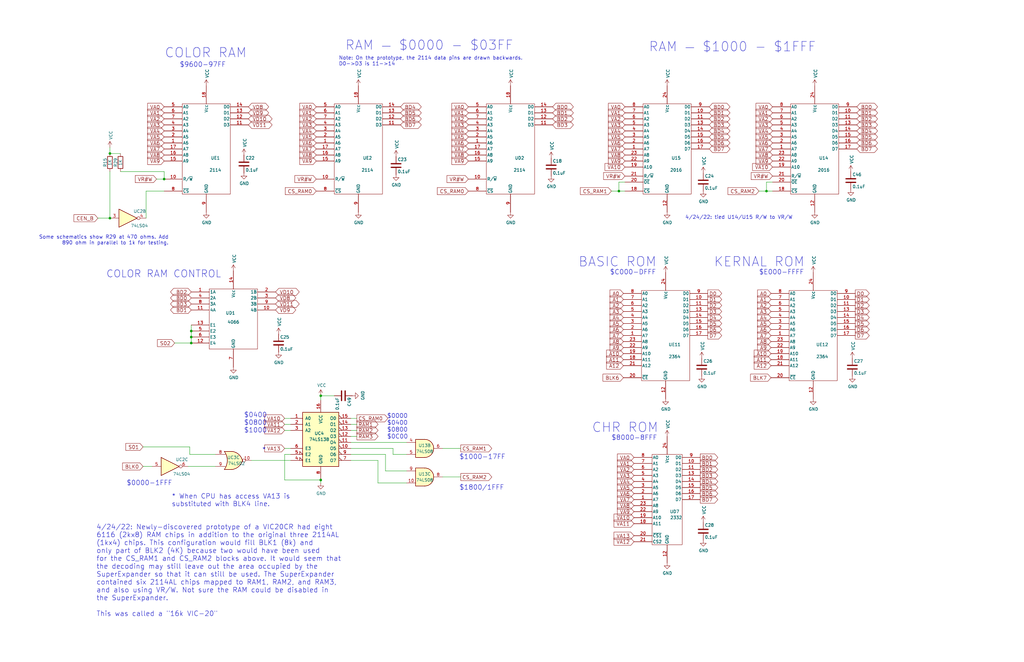
<source format=kicad_sch>
(kicad_sch (version 20211123) (generator eeschema)
  (paper "B")
  (title_block (title "VIC RELOADED") (date "2022-05-14") (rev "1.1-002D") (company "Steve J. Gray and Rich Cini") (comment 1 "Transcribed from CBM VIC-20cr schematics 251027-01D") (comment 2 "ECO 830151 4/12/83"))
  (junction (at 80.645 142.24))
  (junction (at 46.355 64.77))
  (junction (at 69.215 75.565))
  (junction (at 135.255 202.565))
  (junction (at 80.645 144.78))
  (junction (at 135.255 167.005))
  (junction (at 260.985 80.645))
  (junction (at 80.645 139.7))
  (junction (at 46.355 92.075))
  (junction (at 323.215 80.645))
  (wire (pts (xy 80.01 191.77) (xy 80.01 188.595)))
  (wire (pts (xy 60.325 196.85) (xy 64.135 196.85)))
  (wire (pts (xy 120.015 202.565) (xy 135.255 202.565)))
  (wire (pts (xy 135.255 201.93) (xy 135.255 202.565)))
  (wire (pts (xy 186.69 189.23) (xy 194.31 189.23)))
  (wire (pts (xy 325.755 76.835) (xy 323.215 76.835)))
  (wire (pts (xy 257.81 80.645) (xy 260.985 80.645)))
  (wire (pts (xy 122.555 176.53) (xy 120.015 176.53)))
  (wire (pts (xy 80.645 139.7) (xy 80.645 142.24)))
  (wire (pts (xy 147.955 191.77) (xy 162.56 191.77)))
  (wire (pts (xy 150.495 184.15) (xy 147.955 184.15)))
  (wire (pts (xy 106.045 194.31) (xy 122.555 194.31)))
  (wire (pts (xy 147.955 186.69) (xy 171.45 186.69)))
  (wire (pts (xy 41.275 92.075) (xy 46.355 92.075)))
  (wire (pts (xy 159.385 194.31) (xy 159.385 203.835)))
  (wire (pts (xy 122.555 189.23) (xy 120.015 189.23)))
  (wire (pts (xy 61.595 80.645) (xy 69.215 80.645)))
  (wire (pts (xy 80.645 142.24) (xy 80.645 144.78)))
  (wire (pts (xy 260.985 76.835) (xy 260.985 80.645)))
  (wire (pts (xy 263.525 76.835) (xy 260.985 76.835)))
  (wire (pts (xy 46.355 62.23) (xy 46.355 64.77)))
  (wire (pts (xy 80.01 191.77) (xy 90.805 191.77)))
  (wire (pts (xy 122.555 191.77) (xy 120.015 191.77)))
  (wire (pts (xy 320.04 80.645) (xy 323.215 80.645)))
  (wire (pts (xy 135.255 202.565) (xy 135.255 203.835)))
  (wire (pts (xy 69.215 72.39) (xy 50.8 72.39)))
  (wire (pts (xy 80.01 188.595) (xy 60.325 188.595)))
  (wire (pts (xy 162.56 198.755) (xy 171.45 198.755)))
  (wire (pts (xy 165.735 189.23) (xy 165.735 191.77)))
  (wire (pts (xy 120.015 179.07) (xy 122.555 179.07)))
  (wire (pts (xy 147.955 179.07) (xy 150.495 179.07)))
  (wire (pts (xy 61.595 80.645) (xy 61.595 92.075)))
  (wire (pts (xy 323.215 80.645) (xy 325.755 80.645)))
  (wire (pts (xy 90.805 196.85) (xy 79.375 196.85)))
  (wire (pts (xy 323.215 76.835) (xy 323.215 80.645)))
  (wire (pts (xy 147.955 181.61) (xy 150.495 181.61)))
  (wire (pts (xy 194.31 201.295) (xy 186.69 201.295)))
  (wire (pts (xy 69.215 75.565) (xy 69.215 72.39)))
  (wire (pts (xy 46.355 72.39) (xy 46.355 92.075)))
  (wire (pts (xy 150.495 176.53) (xy 147.955 176.53)))
  (wire (pts (xy 120.015 191.77) (xy 120.015 202.565)))
  (wire (pts (xy 80.645 144.78) (xy 73.66 144.78)))
  (wire (pts (xy 165.735 191.77) (xy 171.45 191.77)))
  (wire (pts (xy 147.955 189.23) (xy 165.735 189.23)))
  (wire (pts (xy 140.97 167.005) (xy 135.255 167.005)))
  (wire (pts (xy 122.555 181.61) (xy 120.015 181.61)))
  (wire (pts (xy 159.385 203.835) (xy 171.45 203.835)))
  (wire (pts (xy 46.355 64.77) (xy 50.8 64.77)))
  (wire (pts (xy 80.645 137.16) (xy 80.645 139.7)))
  (wire (pts (xy 260.985 80.645) (xy 263.525 80.645)))
  (wire (pts (xy 66.04 75.565) (xy 69.215 75.565)))
  (wire (pts (xy 162.56 191.77) (xy 162.56 198.755)))
  (wire (pts (xy 135.255 167.005) (xy 135.255 168.91)))
  (wire (pts (xy 147.955 194.31) (xy 159.385 194.31)))
  (text "*" (at 110.49 191.135 0) (effects (font (size 2.0066 2.0066)) (justify left bottom)))
  (text "$9600-97FF" (at 95.25 28.575 180) (effects (font (size 2.0066 2.0066)) (justify right bottom)))
  (text "4/24/22: Newly-discovered prototype of a VIC20CR had eight\n6116 (2kx8) RAM chips in addition to the original three 2114AL\n(1kx4) chips. This configuration would fill BLK1 (8k) and\nonly part of BLK2 (4K) because two would have been used \nfor the CS_RAM1 and CS_RAM2 blocks above. It would seem that\nthe decoding may still leave out the area occupied by the \nSuperExpander so that it can still be used. The SuperExpander\ncontained six 2114AL chips mapped to RAM1, RAM2, and RAM3, \nand also using VR/W. Not sure the RAM could be disabled in\nthe SuperExpander.\n\nThis was called a \"16k VIC-20\"" (at 40.64 260.35 0) (effects (font (size 2.066 2.066)) (justify left bottom)))
  (text "$8000-8FFF\n\n" (at 257.81 189.23 0) (effects (font (size 2.0066 2.0066)) (justify left bottom)))
  (text "COLOR RAM CONTROL" (at 93.345 117.475 180) (effects (font (size 2.9972 2.9972)) (justify right bottom)))
  (text "$0000\n$0400\n$0800\n$0C00\n" (at 163.195 185.42 0) (effects (font (size 1.8034 1.8034)) (justify left bottom)))
  (text "$0000-1FFF" (at 53.34 205.105 0) (effects (font (size 2.0066 2.0066)) (justify left bottom)))
  (text "KERNAL ROM\n\n" (at 300.99 119.38 0) (effects (font (size 3.9878 3.9878)) (justify left bottom)))
  (text "$0400\n$0800\n$1000" (at 102.87 182.88 0) (effects (font (size 2.0066 2.0066)) (justify left bottom)))
  (text "Note: On the prototype, the 2114 data pins are drawn backwards. \nD0->D3 is 11->14" (at 142.875 27.94 0) (effects (font (size 1.524 1.524)) (justify left bottom)))
  (text "* When CPU has access VA13 is\nsubstituted with BLK4 line." (at 72.39 213.995 0) (effects (font (size 2.0066 2.0066)) (justify left bottom)))
  (text "COLOR RAM" (at 104.14 24.765 180) (effects (font (size 3.9878 3.9878)) (justify right bottom)))
  (text "CHR ROM" (at 249.555 182.88 0) (effects (font (size 3.9878 3.9878)) (justify left bottom)))
  (text "$C000-DFFF\n\n" (at 257.175 119.38 0) (effects (font (size 2.0066 2.0066)) (justify left bottom)))
  (text "4/24/22: tied U14/U15 R/W to VR/W" (at 288.925 92.71 0) (effects (font (size 1.524 1.524)) (justify left bottom)))
  (text "RAM — $1000 - $1FFF" (at 344.17 22.225 180) (effects (font (size 3.9878 3.9878)) (justify right bottom)))
  (text "BASIC ROM\n\n" (at 243.84 119.38 0) (effects (font (size 3.9878 3.9878)) (justify left bottom)))
  (text "$E000-FFFF\n\n" (at 320.04 119.38 0) (effects (font (size 2.0066 2.0066)) (justify left bottom)))
  (text "$1000-17FF\n\n\n\n$1800/1FFF" (at 193.675 207.01 0) (effects (font (size 2.0066 2.0066)) (justify left bottom)))
  (text "Some schematics show R29 at 470 ohms. Add\n890 ohm in parallel to 1k for testing." (at 71.12 103.505 0) (effects (font (size 1.524 1.524)) (justify right bottom)))
  (text "RAM — $0000 - $03FF" (at 216.535 21.59 180) (effects (font (size 3.9878 3.9878)) (justify right bottom)))
  (global_label "A5" (shape input) (at 262.89 136.525 180) (effects (font (size 1.524 1.524))) (property "Intersheet References" "${INTERSHEET_REFS}" (effects hide)))
  (global_label "RAM3" (shape output) (at 150.495 184.15 0) (effects (font (size 1.524 1.524))) (property "Intersheet References" "${INTERSHEET_REFS}" (effects hide)))
  (global_label "VR#W" (shape input) (at 66.04 75.565 180) (effects (font (size 1.524 1.524))) (property "Intersheet References" "${INTERSHEET_REFS}" (effects hide)))
  (global_label "VA2" (shape input) (at 325.755 50.165 180) (effects (font (size 1.524 1.524))) (property "Intersheet References" "${INTERSHEET_REFS}" (effects hide)))
  (global_label "VD10" (shape bidirectional) (at 116.205 123.19 0) (effects (font (size 1.524 1.524))) (property "Intersheet References" "${INTERSHEET_REFS}" (effects hide)))
  (global_label "D6" (shape output) (at 298.45 139.065 0) (effects (font (size 1.524 1.524))) (property "Intersheet References" "${INTERSHEET_REFS}" (effects hide)))
  (global_label "BD4" (shape bidirectional) (at 168.91 45.085 0) (effects (font (size 1.524 1.524))) (property "Intersheet References" "${INTERSHEET_REFS}" (effects hide)))
  (global_label "BD2" (shape bidirectional) (at 299.085 50.165 0) (effects (font (size 1.524 1.524))) (property "Intersheet References" "${INTERSHEET_REFS}" (effects hide)))
  (global_label "BD5" (shape bidirectional) (at 299.085 57.785 0) (effects (font (size 1.524 1.524))) (property "Intersheet References" "${INTERSHEET_REFS}" (effects hide)))
  (global_label "VA5" (shape input) (at 263.525 57.785 180) (effects (font (size 1.524 1.524))) (property "Intersheet References" "${INTERSHEET_REFS}" (effects hide)))
  (global_label "D2" (shape output) (at 298.45 128.905 0) (effects (font (size 1.524 1.524))) (property "Intersheet References" "${INTERSHEET_REFS}" (effects hide)))
  (global_label "D7" (shape output) (at 360.68 141.605 0) (effects (font (size 1.524 1.524))) (property "Intersheet References" "${INTERSHEET_REFS}" (effects hide)))
  (global_label "A6" (shape input) (at 262.89 139.065 180) (effects (font (size 1.524 1.524))) (property "Intersheet References" "${INTERSHEET_REFS}" (effects hide)))
  (global_label "VR#W" (shape input) (at 133.35 75.565 180) (effects (font (size 1.524 1.524))) (property "Intersheet References" "${INTERSHEET_REFS}" (effects hide)))
  (global_label "A2" (shape input) (at 325.12 128.905 180) (effects (font (size 1.524 1.524))) (property "Intersheet References" "${INTERSHEET_REFS}" (effects hide)))
  (global_label "A0" (shape input) (at 325.12 123.825 180) (effects (font (size 1.524 1.524))) (property "Intersheet References" "${INTERSHEET_REFS}" (effects hide)))
  (global_label "VA9" (shape input) (at 325.755 67.945 180) (effects (font (size 1.524 1.524))) (property "Intersheet References" "${INTERSHEET_REFS}" (effects hide)))
  (global_label "D0" (shape output) (at 298.45 123.825 0) (effects (font (size 1.524 1.524))) (property "Intersheet References" "${INTERSHEET_REFS}" (effects hide)))
  (global_label "BD1" (shape output) (at 295.275 195.58 0) (effects (font (size 1.524 1.524))) (property "Intersheet References" "${INTERSHEET_REFS}" (effects hide)))
  (global_label "A5" (shape input) (at 325.12 136.525 180) (effects (font (size 1.524 1.524))) (property "Intersheet References" "${INTERSHEET_REFS}" (effects hide)))
  (global_label "BD5" (shape output) (at 295.275 205.74 0) (effects (font (size 1.524 1.524))) (property "Intersheet References" "${INTERSHEET_REFS}" (effects hide)))
  (global_label "A7" (shape input) (at 325.12 141.605 180) (effects (font (size 1.524 1.524))) (property "Intersheet References" "${INTERSHEET_REFS}" (effects hide)))
  (global_label "VD8" (shape bidirectional) (at 104.775 45.085 0) (effects (font (size 1.524 1.524))) (property "Intersheet References" "${INTERSHEET_REFS}" (effects hide)))
  (global_label "A3" (shape input) (at 262.89 131.445 180) (effects (font (size 1.524 1.524))) (property "Intersheet References" "${INTERSHEET_REFS}" (effects hide)))
  (global_label "A7" (shape input) (at 262.89 141.605 180) (effects (font (size 1.524 1.524))) (property "Intersheet References" "${INTERSHEET_REFS}" (effects hide)))
  (global_label "VA0" (shape input) (at 133.35 45.085 180) (effects (font (size 1.524 1.524))) (property "Intersheet References" "${INTERSHEET_REFS}" (effects hide)))
  (global_label "VA9" (shape input) (at 263.525 67.945 180) (effects (font (size 1.524 1.524))) (property "Intersheet References" "${INTERSHEET_REFS}" (effects hide)))
  (global_label "VA6" (shape input) (at 325.755 60.325 180) (effects (font (size 1.524 1.524))) (property "Intersheet References" "${INTERSHEET_REFS}" (effects hide)))
  (global_label "VA3" (shape input) (at 263.525 52.705 180) (effects (font (size 1.524 1.524))) (property "Intersheet References" "${INTERSHEET_REFS}" (effects hide)))
  (global_label "VA6" (shape input) (at 197.485 60.325 180) (effects (font (size 1.524 1.524))) (property "Intersheet References" "${INTERSHEET_REFS}" (effects hide)))
  (global_label "A9" (shape input) (at 325.12 146.685 180) (effects (font (size 1.524 1.524))) (property "Intersheet References" "${INTERSHEET_REFS}" (effects hide)))
  (global_label "A8" (shape input) (at 262.89 144.145 180) (effects (font (size 1.524 1.524))) (property "Intersheet References" "${INTERSHEET_REFS}" (effects hide)))
  (global_label "A12" (shape input) (at 325.12 154.305 180) (effects (font (size 1.524 1.524))) (property "Intersheet References" "${INTERSHEET_REFS}" (effects hide)))
  (global_label "A1" (shape input) (at 325.12 126.365 180) (effects (font (size 1.524 1.524))) (property "Intersheet References" "${INTERSHEET_REFS}" (effects hide)))
  (global_label "D1" (shape output) (at 298.45 126.365 0) (effects (font (size 1.524 1.524))) (property "Intersheet References" "${INTERSHEET_REFS}" (effects hide)))
  (global_label "VA5" (shape input) (at 197.485 57.785 180) (effects (font (size 1.524 1.524))) (property "Intersheet References" "${INTERSHEET_REFS}" (effects hide)))
  (global_label "VA1" (shape input) (at 267.335 195.58 180) (effects (font (size 1.524 1.524))) (property "Intersheet References" "${INTERSHEET_REFS}" (effects hide)))
  (global_label "BD3" (shape bidirectional) (at 361.315 52.705 0) (effects (font (size 1.524 1.524))) (property "Intersheet References" "${INTERSHEET_REFS}" (effects hide)))
  (global_label "A11" (shape input) (at 325.12 151.765 180) (effects (font (size 1.524 1.524))) (property "Intersheet References" "${INTERSHEET_REFS}" (effects hide)))
  (global_label "VA0" (shape input) (at 267.335 193.04 180) (effects (font (size 1.524 1.524))) (property "Intersheet References" "${INTERSHEET_REFS}" (effects hide)))
  (global_label "BD2" (shape bidirectional) (at 361.315 50.165 0) (effects (font (size 1.524 1.524))) (property "Intersheet References" "${INTERSHEET_REFS}" (effects hide)))
  (global_label "BLK0" (shape input) (at 60.325 196.85 180) (effects (font (size 1.524 1.524))) (property "Intersheet References" "${INTERSHEET_REFS}" (effects hide)))
  (global_label "RAM1" (shape output) (at 150.495 179.07 0) (effects (font (size 1.524 1.524))) (property "Intersheet References" "${INTERSHEET_REFS}" (effects hide)))
  (global_label "VA0" (shape input) (at 197.485 45.085 180) (effects (font (size 1.524 1.524))) (property "Intersheet References" "${INTERSHEET_REFS}" (effects hide)))
  (global_label "VA7" (shape input) (at 197.485 62.865 180) (effects (font (size 1.524 1.524))) (property "Intersheet References" "${INTERSHEET_REFS}" (effects hide)))
  (global_label "VA2" (shape input) (at 267.335 198.12 180) (effects (font (size 1.524 1.524))) (property "Intersheet References" "${INTERSHEET_REFS}" (effects hide)))
  (global_label "BD2" (shape bidirectional) (at 233.045 50.165 0) (effects (font (size 1.524 1.524))) (property "Intersheet References" "${INTERSHEET_REFS}" (effects hide)))
  (global_label "VA0" (shape input) (at 325.755 45.085 180) (effects (font (size 1.524 1.524))) (property "Intersheet References" "${INTERSHEET_REFS}" (effects hide)))
  (global_label "VA1" (shape input) (at 69.215 47.625 180) (effects (font (size 1.524 1.524))) (property "Intersheet References" "${INTERSHEET_REFS}" (effects hide)))
  (global_label "BD4" (shape bidirectional) (at 361.315 55.245 0) (effects (font (size 1.524 1.524))) (property "Intersheet References" "${INTERSHEET_REFS}" (effects hide)))
  (global_label "D5" (shape output) (at 298.45 136.525 0) (effects (font (size 1.524 1.524))) (property "Intersheet References" "${INTERSHEET_REFS}" (effects hide)))
  (global_label "VA5" (shape input) (at 325.755 57.785 180) (effects (font (size 1.524 1.524))) (property "Intersheet References" "${INTERSHEET_REFS}" (effects hide)))
  (global_label "BD6" (shape bidirectional) (at 299.085 60.325 0) (effects (font (size 1.524 1.524))) (property "Intersheet References" "${INTERSHEET_REFS}" (effects hide)))
  (global_label "D3" (shape output) (at 298.45 131.445 0) (effects (font (size 1.524 1.524))) (property "Intersheet References" "${INTERSHEET_REFS}" (effects hide)))
  (global_label "VA1" (shape input) (at 133.35 47.625 180) (effects (font (size 1.524 1.524))) (property "Intersheet References" "${INTERSHEET_REFS}" (effects hide)))
  (global_label "BD5" (shape bidirectional) (at 361.315 57.785 0) (effects (font (size 1.524 1.524))) (property "Intersheet References" "${INTERSHEET_REFS}" (effects hide)))
  (global_label "A4" (shape input) (at 262.89 133.985 180) (effects (font (size 1.524 1.524))) (property "Intersheet References" "${INTERSHEET_REFS}" (effects hide)))
  (global_label "D7" (shape output) (at 298.45 141.605 0) (effects (font (size 1.524 1.524))) (property "Intersheet References" "${INTERSHEET_REFS}" (effects hide)))
  (global_label "A2" (shape input) (at 262.89 128.905 180) (effects (font (size 1.524 1.524))) (property "Intersheet References" "${INTERSHEET_REFS}" (effects hide)))
  (global_label "CS_RAM0" (shape input) (at 197.485 80.645 180) (effects (font (size 1.524 1.524))) (property "Intersheet References" "${INTERSHEET_REFS}" (effects hide)))
  (global_label "VR#W" (shape input) (at 263.525 74.295 180) (effects (font (size 1.524 1.524))) (property "Intersheet References" "${INTERSHEET_REFS}" (effects hide)))
  (global_label "BD6" (shape bidirectional) (at 361.315 60.325 0) (effects (font (size 1.524 1.524))) (property "Intersheet References" "${INTERSHEET_REFS}" (effects hide)))
  (global_label "A1" (shape input) (at 262.89 126.365 180) (effects (font (size 1.524 1.524))) (property "Intersheet References" "${INTERSHEET_REFS}" (effects hide)))
  (global_label "VA7" (shape input) (at 69.215 62.865 180) (effects (font (size 1.524 1.524))) (property "Intersheet References" "${INTERSHEET_REFS}" (effects hide)))
  (global_label "D4" (shape output) (at 298.45 133.985 0) (effects (font (size 1.524 1.524))) (property "Intersheet References" "${INTERSHEET_REFS}" (effects hide)))
  (global_label "BD2" (shape output) (at 295.275 198.12 0) (effects (font (size 1.524 1.524))) (property "Intersheet References" "${INTERSHEET_REFS}" (effects hide)))
  (global_label "D2" (shape output) (at 360.68 128.905 0) (effects (font (size 1.524 1.524))) (property "Intersheet References" "${INTERSHEET_REFS}" (effects hide)))
  (global_label "CS_RAM2" (shape input) (at 320.04 80.645 180) (effects (font (size 1.524 1.524))) (property "Intersheet References" "${INTERSHEET_REFS}" (effects hide)))
  (global_label "CS_RAM0" (shape input) (at 133.35 80.645 180) (effects (font (size 1.524 1.524))) (property "Intersheet References" "${INTERSHEET_REFS}" (effects hide)))
  (global_label "CS_RAM2" (shape output) (at 194.31 201.295 0) (effects (font (size 1.524 1.524))) (property "Intersheet References" "${INTERSHEET_REFS}" (effects hide)))
  (global_label "VA8" (shape input) (at 133.35 65.405 180) (effects (font (size 1.524 1.524))) (property "Intersheet References" "${INTERSHEET_REFS}" (effects hide)))
  (global_label "VA8" (shape input) (at 267.335 213.36 180) (effects (font (size 1.524 1.524))) (property "Intersheet References" "${INTERSHEET_REFS}" (effects hide)))
  (global_label "BD7" (shape output) (at 295.275 210.82 0) (effects (font (size 1.524 1.524))) (property "Intersheet References" "${INTERSHEET_REFS}" (effects hide)))
  (global_label "VA4" (shape input) (at 197.485 55.245 180) (effects (font (size 1.524 1.524))) (property "Intersheet References" "${INTERSHEET_REFS}" (effects hide)))
  (global_label "VD10" (shape bidirectional) (at 104.775 50.165 0) (effects (font (size 1.524 1.524))) (property "Intersheet References" "${INTERSHEET_REFS}" (effects hide)))
  (global_label "VA3" (shape input) (at 325.755 52.705 180) (effects (font (size 1.524 1.524))) (property "Intersheet References" "${INTERSHEET_REFS}" (effects hide)))
  (global_label "BD0" (shape bidirectional) (at 361.315 45.085 0) (effects (font (size 1.524 1.524))) (property "Intersheet References" "${INTERSHEET_REFS}" (effects hide)))
  (global_label "VD11" (shape bidirectional) (at 116.205 128.27 0) (effects (font (size 1.524 1.524))) (property "Intersheet References" "${INTERSHEET_REFS}" (effects hide)))
  (global_label "VA12" (shape input) (at 120.015 181.61 180) (effects (font (size 1.524 1.524))) (property "Intersheet References" "${INTERSHEET_REFS}" (effects hide)))
  (global_label "BD3" (shape bidirectional) (at 233.045 52.705 0) (effects (font (size 1.524 1.524))) (property "Intersheet References" "${INTERSHEET_REFS}" (effects hide)))
  (global_label "BD2" (shape bidirectional) (at 80.645 123.19 180) (effects (font (size 1.524 1.524))) (property "Intersheet References" "${INTERSHEET_REFS}" (effects hide)))
  (global_label "VA1" (shape input) (at 197.485 47.625 180) (effects (font (size 1.524 1.524))) (property "Intersheet References" "${INTERSHEET_REFS}" (effects hide)))
  (global_label "CS_RAM1" (shape output) (at 194.31 189.23 0) (effects (font (size 1.524 1.524))) (property "Intersheet References" "${INTERSHEET_REFS}" (effects hide)))
  (global_label "VA13" (shape input) (at 267.335 226.06 180) (effects (font (size 1.524 1.524))) (property "Intersheet References" "${INTERSHEET_REFS}" (effects hide)))
  (global_label "CEN_B" (shape input) (at 41.275 92.075 180) (effects (font (size 1.524 1.524))) (property "Intersheet References" "${INTERSHEET_REFS}" (effects hide)))
  (global_label "VA10" (shape input) (at 120.015 176.53 180) (effects (font (size 1.524 1.524))) (property "Intersheet References" "${INTERSHEET_REFS}" (effects hide)))
  (global_label "BD6" (shape bidirectional) (at 168.91 50.165 0) (effects (font (size 1.524 1.524))) (property "Intersheet References" "${INTERSHEET_REFS}" (effects hide)))
  (global_label "VA3" (shape input) (at 133.35 52.705 180) (effects (font (size 1.524 1.524))) (property "Intersheet References" "${INTERSHEET_REFS}" (effects hide)))
  (global_label "A9" (shape input) (at 262.89 146.685 180) (effects (font (size 1.524 1.524))) (property "Intersheet References" "${INTERSHEET_REFS}" (effects hide)))
  (global_label "VA10" (shape input) (at 267.335 218.44 180) (effects (font (size 1.524 1.524))) (property "Intersheet References" "${INTERSHEET_REFS}" (effects hide)))
  (global_label "VA8" (shape input) (at 263.525 65.405 180) (effects (font (size 1.524 1.524))) (property "Intersheet References" "${INTERSHEET_REFS}" (effects hide)))
  (global_label "VA1" (shape input) (at 325.755 47.625 180) (effects (font (size 1.524 1.524))) (property "Intersheet References" "${INTERSHEET_REFS}" (effects hide)))
  (global_label "BD1" (shape bidirectional) (at 361.315 47.625 0) (effects (font (size 1.524 1.524))) (property "Intersheet References" "${INTERSHEET_REFS}" (effects hide)))
  (global_label "VR#W" (shape input) (at 325.755 74.295 180) (effects (font (size 1.524 1.524))) (property "Intersheet References" "${INTERSHEET_REFS}" (effects hide)))
  (global_label "BD0" (shape bidirectional) (at 233.045 45.085 0) (effects (font (size 1.524 1.524))) (property "Intersheet References" "${INTERSHEET_REFS}" (effects hide)))
  (global_label "VA2" (shape input) (at 197.485 50.165 180) (effects (font (size 1.524 1.524))) (property "Intersheet References" "${INTERSHEET_REFS}" (effects hide)))
  (global_label "VA4" (shape input) (at 133.35 55.245 180) (effects (font (size 1.524 1.524))) (property "Intersheet References" "${INTERSHEET_REFS}" (effects hide)))
  (global_label "VA6" (shape input) (at 267.335 208.28 180) (effects (font (size 1.524 1.524))) (property "Intersheet References" "${INTERSHEET_REFS}" (effects hide)))
  (global_label "VD8" (shape bidirectional) (at 116.205 125.73 0) (effects (font (size 1.524 1.524))) (property "Intersheet References" "${INTERSHEET_REFS}" (effects hide)))
  (global_label "VA4" (shape input) (at 263.525 55.245 180) (effects (font (size 1.524 1.524))) (property "Intersheet References" "${INTERSHEET_REFS}" (effects hide)))
  (global_label "VA0" (shape input) (at 69.215 45.085 180) (effects (font (size 1.524 1.524))) (property "Intersheet References" "${INTERSHEET_REFS}" (effects hide)))
  (global_label "D0" (shape output) (at 360.68 123.825 0) (effects (font (size 1.524 1.524))) (property "Intersheet References" "${INTERSHEET_REFS}" (effects hide)))
  (global_label "VA5" (shape input) (at 133.35 57.785 180) (effects (font (size 1.524 1.524))) (property "Intersheet References" "${INTERSHEET_REFS}" (effects hide)))
  (global_label "D4" (shape output) (at 360.68 133.985 0) (effects (font (size 1.524 1.524))) (property "Intersheet References" "${INTERSHEET_REFS}" (effects hide)))
  (global_label "VA3" (shape input) (at 197.485 52.705 180) (effects (font (size 1.524 1.524))) (property "Intersheet References" "${INTERSHEET_REFS}" (effects hide)))
  (global_label "D3" (shape output) (at 360.68 131.445 0) (effects (font (size 1.524 1.524))) (property "Intersheet References" "${INTERSHEET_REFS}" (effects hide)))
  (global_label "VA4" (shape input) (at 325.755 55.245 180) (effects (font (size 1.524 1.524))) (property "Intersheet References" "${INTERSHEET_REFS}" (effects hide)))
  (global_label "VA8" (shape input) (at 197.485 65.405 180) (effects (font (size 1.524 1.524))) (property "Intersheet References" "${INTERSHEET_REFS}" (effects hide)))
  (global_label "VA1" (shape input) (at 263.525 47.625 180) (effects (font (size 1.524 1.524))) (property "Intersheet References" "${INTERSHEET_REFS}" (effects hide)))
  (global_label "A0" (shape input) (at 262.89 123.825 180) (effects (font (size 1.524 1.524))) (property "Intersheet References" "${INTERSHEET_REFS}" (effects hide)))
  (global_label "VA5" (shape input) (at 69.215 57.785 180) (effects (font (size 1.524 1.524))) (property "Intersheet References" "${INTERSHEET_REFS}" (effects hide)))
  (global_label "BD4" (shape bidirectional) (at 299.085 55.245 0) (effects (font (size 1.524 1.524))) (property "Intersheet References" "${INTERSHEET_REFS}" (effects hide)))
  (global_label "A4" (shape input) (at 325.12 133.985 180) (effects (font (size 1.524 1.524))) (property "Intersheet References" "${INTERSHEET_REFS}" (effects hide)))
  (global_label "BD1" (shape bidirectional) (at 80.645 130.81 180) (effects (font (size 1.524 1.524))) (property "Intersheet References" "${INTERSHEET_REFS}" (effects hide)))
  (global_label "VA9" (shape input) (at 133.35 67.945 180) (effects (font (size 1.524 1.524))) (property "Intersheet References" "${INTERSHEET_REFS}" (effects hide)))
  (global_label "VA9" (shape input) (at 197.485 67.945 180) (effects (font (size 1.524 1.524))) (property "Intersheet References" "${INTERSHEET_REFS}" (effects hide)))
  (global_label "VA3" (shape input) (at 267.335 200.66 180) (effects (font (size 1.524 1.524))) (property "Intersheet References" "${INTERSHEET_REFS}" (effects hide)))
  (global_label "BD5" (shape bidirectional) (at 168.91 47.625 0) (effects (font (size 1.524 1.524))) (property "Intersheet References" "${INTERSHEET_REFS}" (effects hide)))
  (global_label "VA13" (shape input) (at 120.015 189.23 180) (effects (font (size 1.524 1.524))) (property "Intersheet References" "${INTERSHEET_REFS}" (effects hide)))
  (global_label "VA3" (shape input) (at 69.215 52.705 180) (effects (font (size 1.524 1.524))) (property "Intersheet References" "${INTERSHEET_REFS}" (effects hide)))
  (global_label "S02" (shape input) (at 73.66 144.78 180) (effects (font (size 1.524 1.524))) (property "Intersheet References" "${INTERSHEET_REFS}" (effects hide)))
  (global_label "VD9" (shape bidirectional) (at 116.205 130.81 0) (effects (font (size 1.524 1.524))) (property "Intersheet References" "${INTERSHEET_REFS}" (effects hide)))
  (global_label "VA6" (shape input) (at 263.525 60.325 180) (effects (font (size 1.524 1.524))) (property "Intersheet References" "${INTERSHEET_REFS}" (effects hide)))
  (global_label "VA2" (shape input) (at 133.35 50.165 180) (effects (font (size 1.524 1.524))) (property "Intersheet References" "${INTERSHEET_REFS}" (effects hide)))
  (global_label "BD7" (shape bidirectional) (at 361.315 62.865 0) (effects (font (size 1.524 1.524))) (property "Intersheet References" "${INTERSHEET_REFS}" (effects hide)))
  (global_label "VA6" (shape input) (at 133.35 60.325 180) (effects (font (size 1.524 1.524))) (property "Intersheet References" "${INTERSHEET_REFS}" (effects hide)))
  (global_label "BD3" (shape bidirectional) (at 299.085 52.705 0) (effects (font (size 1.524 1.524))) (property "Intersheet References" "${INTERSHEET_REFS}" (effects hide)))
  (global_label "VA5" (shape input) (at 267.335 205.74 180) (effects (font (size 1.524 1.524))) (property "Intersheet References" "${INTERSHEET_REFS}" (effects hide)))
  (global_label "BD3" (shape bidirectional) (at 80.645 128.27 180) (effects (font (size 1.524 1.524))) (property "Intersheet References" "${INTERSHEET_REFS}" (effects hide)))
  (global_label "A10" (shape input) (at 262.89 149.225 180) (effects (font (size 1.524 1.524))) (property "Intersheet References" "${INTERSHEET_REFS}" (effects hide)))
  (global_label "A10" (shape input) (at 325.12 149.225 180) (effects (font (size 1.524 1.524))) (property "Intersheet References" "${INTERSHEET_REFS}" (effects hide)))
  (global_label "VA7" (shape input) (at 325.755 62.865 180) (effects (font (size 1.524 1.524))) (property "Intersheet References" "${INTERSHEET_REFS}" (effects hide)))
  (global_label "BD6" (shape output) (at 295.275 208.28 0) (effects (font (size 1.524 1.524))) (property "Intersheet References" "${INTERSHEET_REFS}" (effects hide)))
  (global_label "BD0" (shape bidirectional) (at 299.085 45.085 0) (effects (font (size 1.524 1.524))) (property "Intersheet References" "${INTERSHEET_REFS}" (effects hide)))
  (global_label "BD7" (shape bidirectional) (at 299.085 62.865 0) (effects (font (size 1.524 1.524))) (property "Intersheet References" "${INTERSHEET_REFS}" (effects hide)))
  (global_label "BD1" (shape bidirectional) (at 233.045 47.625 0) (effects (font (size 1.524 1.524))) (property "Intersheet References" "${INTERSHEET_REFS}" (effects hide)))
  (global_label "BD7" (shape bidirectional) (at 168.91 52.705 0) (effects (font (size 1.524 1.524))) (property "Intersheet References" "${INTERSHEET_REFS}" (effects hide)))
  (global_label "BD1" (shape bidirectional) (at 299.085 47.625 0) (effects (font (size 1.524 1.524))) (property "Intersheet References" "${INTERSHEET_REFS}" (effects hide)))
  (global_label "VA2" (shape input) (at 69.215 50.165 180) (effects (font (size 1.524 1.524))) (property "Intersheet References" "${INTERSHEET_REFS}" (effects hide)))
  (global_label "VA10" (shape input) (at 263.525 70.485 180) (effects (font (size 1.524 1.524))) (property "Intersheet References" "${INTERSHEET_REFS}" (effects hide)))
  (global_label "VA8" (shape input) (at 325.755 65.405 180) (effects (font (size 1.524 1.524))) (property "Intersheet References" "${INTERSHEET_REFS}" (effects hide)))
  (global_label "S01" (shape input) (at 60.325 188.595 180) (effects (font (size 1.524 1.524))) (property "Intersheet References" "${INTERSHEET_REFS}" (effects hide)))
  (global_label "A3" (shape input) (at 325.12 131.445 180) (effects (font (size 1.524 1.524))) (property "Intersheet References" "${INTERSHEET_REFS}" (effects hide)))
  (global_label "D1" (shape output) (at 360.68 126.365 0) (effects (font (size 1.524 1.524))) (property "Intersheet References" "${INTERSHEET_REFS}" (effects hide)))
  (global_label "VR#W" (shape input) (at 197.485 75.565 180) (effects (font (size 1.524 1.524))) (property "Intersheet References" "${INTERSHEET_REFS}" (effects hide)))
  (global_label "BLK6" (shape input) (at 262.89 159.385 180) (effects (font (size 1.524 1.524))) (property "Intersheet References" "${INTERSHEET_REFS}" (effects hide)))
  (global_label "D5" (shape output) (at 360.68 136.525 0) (effects (font (size 1.524 1.524))) (property "Intersheet References" "${INTERSHEET_REFS}" (effects hide)))
  (global_label "A8" (shape input) (at 325.12 144.145 180) (effects (font (size 1.524 1.524))) (property "Intersheet References" "${INTERSHEET_REFS}" (effects hide)))
  (global_label "VA4" (shape input) (at 69.215 55.245 180) (effects (font (size 1.524 1.524))) (property "Intersheet References" "${INTERSHEET_REFS}" (effects hide)))
  (global_label "VA7" (shape input) (at 267.335 210.82 180) (effects (font (size 1.524 1.524))) (property "Intersheet References" "${INTERSHEET_REFS}" (effects hide)))
  (global_label "VA9" (shape input) (at 267.335 215.9 180) (effects (font (size 1.524 1.524))) (property "Intersheet References" "${INTERSHEET_REFS}" (effects hide)))
  (global_label "VA8" (shape input) (at 69.215 65.405 180) (effects (font (size 1.524 1.524))) (property "Intersheet References" "${INTERSHEET_REFS}" (effects hide)))
  (global_label "CS_RAM1" (shape input) (at 257.81 80.645 180) (effects (font (size 1.524 1.524))) (property "Intersheet References" "${INTERSHEET_REFS}" (effects hide)))
  (global_label "VA11" (shape input) (at 267.335 220.98 180) (effects (font (size 1.524 1.524))) (property "Intersheet References" "${INTERSHEET_REFS}" (effects hide)))
  (global_label "VA7" (shape input) (at 263.525 62.865 180) (effects (font (size 1.524 1.524))) (property "Intersheet References" "${INTERSHEET_REFS}" (effects hide)))
  (global_label "BD0" (shape bidirectional) (at 80.645 125.73 180) (effects (font (size 1.524 1.524))) (property "Intersheet References" "${INTERSHEET_REFS}" (effects hide)))
  (global_label "A6" (shape input) (at 325.12 139.065 180) (effects (font (size 1.524 1.524))) (property "Intersheet References" "${INTERSHEET_REFS}" (effects hide)))
  (global_label "VA11" (shape input) (at 120.015 179.07 180) (effects (font (size 1.524 1.524))) (property "Intersheet References" "${INTERSHEET_REFS}" (effects hide)))
  (global_label "VA10" (shape input) (at 325.755 70.485 180) (effects (font (size 1.524 1.524))) (property "Intersheet References" "${INTERSHEET_REFS}" (effects hide)))
  (global_label "CS_RAM0" (shape output) (at 150.495 176.53 0) (effects (font (size 1.524 1.524))) (property "Intersheet References" "${INTERSHEET_REFS}" (effects hide)))
  (global_label "VA2" (shape input) (at 263.525 50.165 180) (effects (font (size 1.524 1.524))) (property "Intersheet References" "${INTERSHEET_REFS}" (effects hide)))
  (global_label "BD3" (shape output) (at 295.275 200.66 0) (effects (font (size 1.524 1.524))) (property "Intersheet References" "${INTERSHEET_REFS}" (effects hide)))
  (global_label "VA7" (shape input) (at 133.35 62.865 180) (effects (font (size 1.524 1.524))) (property "Intersheet References" "${INTERSHEET_REFS}" (effects hide)))
  (global_label "RAM2" (shape output) (at 150.495 181.61 0) (effects (font (size 1.524 1.524))) (property "Intersheet References" "${INTERSHEET_REFS}" (effects hide)))
  (global_label "VA9" (shape input) (at 69.215 67.945 180) (effects (font (size 1.524 1.524))) (property "Intersheet References" "${INTERSHEET_REFS}" (effects hide)))
  (global_label "VA0" (shape input) (at 263.525 45.085 180) (effects (font (size 1.524 1.524))) (property "Intersheet References" "${INTERSHEET_REFS}" (effects hide)))
  (global_label "VA6" (shape input) (at 69.215 60.325 180) (effects (font (size 1.524 1.524))) (property "Intersheet References" "${INTERSHEET_REFS}" (effects hide)))
  (global_label "BD0" (shape output) (at 295.275 193.04 0) (effects (font (size 1.524 1.524))) (property "Intersheet References" "${INTERSHEET_REFS}" (effects hide)))
  (global_label "D6" (shape output) (at 360.68 139.065 0) (effects (font (size 1.524 1.524))) (property "Intersheet References" "${INTERSHEET_REFS}" (effects hide)))
  (global_label "A11" (shape input) (at 262.89 151.765 180) (effects (font (size 1.524 1.524))) (property "Intersheet References" "${INTERSHEET_REFS}" (effects hide)))
  (global_label "BD4" (shape output) (at 295.275 203.2 0) (effects (font (size 1.524 1.524))) (property "Intersheet References" "${INTERSHEET_REFS}" (effects hide)))
  (global_label "VD11" (shape bidirectional) (at 104.775 52.705 0) (effects (font (size 1.524 1.524))) (property "Intersheet References" "${INTERSHEET_REFS}" (effects hide)))
  (global_label "VA12" (shape input) (at 267.335 228.6 180) (effects (font (size 1.524 1.524))) (property "Intersheet References" "${INTERSHEET_REFS}" (effects hide)))
  (global_label "VA4" (shape input) (at 267.335 203.2 180) (effects (font (size 1.524 1.524))) (property "Intersheet References" "${INTERSHEET_REFS}" (effects hide)))
  (global_label "VD9" (shape bidirectional) (at 104.775 47.625 0) (effects (font (size 1.524 1.524))) (property "Intersheet References" "${INTERSHEET_REFS}" (effects hide)))
  (global_label "BLK7" (shape input) (at 325.12 159.385 180) (effects (font (size 1.524 1.524))) (property "Intersheet References" "${INTERSHEET_REFS}" (effects hide)))
  (global_label "A12" (shape input) (at 262.89 154.305 180) (effects (font (size 1.524 1.524))) (property "Intersheet References" "${INTERSHEET_REFS}" (effects hide)))
  (symbol (lib_id "Device:R") (at 50.8 68.58 180) (unit 1)
    (property "Reference" "R29" (at 48.768 68.58 90))
    (property "Value" "1K" (at 50.8 68.58 90))
    (property "Footprint" "Resistor_THT:R_Axial_DIN0207_L6.3mm_D2.5mm_P7.62mm_Horizontal" (effects hide))
  )
  (symbol (lib_id "power:GND") (at 86.995 89.535 0) (unit 1)
    (property "Reference" "#PWR0191" (effects hide))
    (property "Value" "GND" (at 87.122 93.9292 0))
  )
  (symbol (lib_id "power:GND") (at 151.13 89.535 0) (unit 1)
    (property "Reference" "#PWR0192" (effects hide))
    (property "Value" "GND" (at 151.257 93.9292 0))
  )
  (symbol (lib_id "power:GND") (at 215.265 89.535 0) (unit 1)
    (property "Reference" "#PWR0193" (effects hide))
    (property "Value" "GND" (at 215.392 93.9292 0))
  )
  (symbol (lib_id "power:GND") (at 281.305 89.535 0) (unit 1)
    (property "Reference" "#PWR0194" (effects hide))
    (property "Value" "GND" (at 281.432 93.9292 0))
  )
  (symbol (lib_id "power:GND") (at 280.67 168.275 0) (unit 1)
    (property "Reference" "#PWR0195" (effects hide))
    (property "Value" "GND" (at 280.797 172.6692 0))
  )
  (symbol (lib_id "power:GND") (at 98.425 154.94 0) (unit 1)
    (property "Reference" "#PWR0196" (effects hide))
    (property "Value" "GND" (at 98.552 159.3342 0))
  )
  (symbol (lib_id "power:VCC") (at 98.425 114.3 0) (unit 1)
    (property "Reference" "#PWR0197" (effects hide))
    (property "Value" "VCC" (at 98.806 111.0742 90) (effects (justify left)))
  )
  (symbol (lib_id "power:VCC") (at 86.995 36.195 0) (unit 1)
    (property "Reference" "#PWR0198" (effects hide))
    (property "Value" "VCC" (at 87.376 32.9692 90) (effects (justify left)))
  )
  (symbol (lib_id "power:VCC") (at 151.13 36.195 0) (unit 1)
    (property "Reference" "#PWR0199" (effects hide))
    (property "Value" "VCC" (at 151.511 32.9692 90) (effects (justify left)))
  )
  (symbol (lib_id "power:VCC") (at 215.265 36.195 0) (unit 1)
    (property "Reference" "#PWR0200" (effects hide))
    (property "Value" "VCC" (at 215.646 32.9692 90) (effects (justify left)))
  )
  (symbol (lib_id "power:VCC") (at 281.305 36.195 0) (unit 1)
    (property "Reference" "#PWR0201" (effects hide))
    (property "Value" "VCC" (at 281.686 32.9692 90) (effects (justify left)))
  )
  (symbol (lib_id "power:VCC") (at 343.535 36.195 0) (unit 1)
    (property "Reference" "#PWR0202" (effects hide))
    (property "Value" "VCC" (at 343.916 32.9692 90) (effects (justify left)))
  )
  (symbol (lib_id "power:GND") (at 343.535 89.535 0) (unit 1)
    (property "Reference" "#PWR0203" (effects hide))
    (property "Value" "GND" (at 343.662 93.9292 0))
  )
  (symbol (lib_id "power:GND") (at 342.9 168.275 0) (unit 1)
    (property "Reference" "#PWR0204" (effects hide))
    (property "Value" "GND" (at 343.027 172.6692 0))
  )
  (symbol (lib_id "power:VCC") (at 280.67 114.935 0) (unit 1)
    (property "Reference" "#PWR0205" (effects hide))
    (property "Value" "VCC" (at 281.051 111.7092 90) (effects (justify left)))
  )
  (symbol (lib_id "power:VCC") (at 342.9 114.935 0) (unit 1)
    (property "Reference" "#PWR0206" (effects hide))
    (property "Value" "VCC" (at 343.281 111.7092 90) (effects (justify left)))
  )
  (symbol (lib_id "power:GND") (at 281.305 237.49 0) (unit 1)
    (property "Reference" "#PWR0207" (effects hide))
    (property "Value" "GND" (at 281.432 241.8842 0))
  )
  (symbol (lib_id "power:VCC") (at 281.305 184.15 0) (unit 1)
    (property "Reference" "#PWR0208" (effects hide))
    (property "Value" "VCC" (at 281.686 180.9242 90) (effects (justify left)))
  )
  (symbol (lib_id "cbm:2364") (at 280.67 141.605 0) (unit 1)
    (property "Reference" "UE11" (at 284.48 145.415 0))
    (property "Value" "2364" (at 284.48 150.495 0))
    (property "Footprint" "Package_DIP:DIP-24_W15.24mm_Socket" (effects hide))
  )
  (symbol (lib_id "cbm:2364") (at 342.9 141.605 0) (unit 1)
    (property "Reference" "UE12" (at 346.71 145.415 0))
    (property "Value" "2364" (at 346.71 150.495 0))
    (property "Footprint" "Package_DIP:DIP-24_W15.24mm_Socket" (effects hide))
  )
  (symbol (lib_id "cbm:2332") (at 281.305 209.55 0) (unit 1)
    (property "Reference" "UD7" (at 284.48 215.9 0))
    (property "Value" "2332" (at 285.115 218.44 0))
    (property "Footprint" "Package_DIP:DIP-24_W15.24mm_Socket" (effects hide))
  )
  (symbol (lib_id "cbm:2114") (at 86.995 62.865 0) (unit 1)
    (property "Reference" "UE1" (at 90.805 66.675 0))
    (property "Value" "2114" (at 90.805 71.755 0))
    (property "Footprint" "Package_DIP:DIP-18_W7.62mm_Socket" (effects hide))
  )
  (symbol (lib_id "cbm:4066") (at 98.425 134.62 0) (unit 1)
    (property "Reference" "UD1" (at 97.155 132.08 0))
    (property "Value" "4066" (at 98.425 135.89 0))
    (property "Footprint" "Package_DIP:DIP-14_W7.62mm_Socket" (effects hide))
  )
  (symbol (lib_id "cbm:2016") (at 281.305 62.865 0) (unit 1)
    (property "Reference" "U15" (at 285.115 66.675 0))
    (property "Value" "2016" (at 285.115 71.755 0))
    (property "Footprint" "Package_DIP:DIP-24_W15.24mm_Socket" (effects hide))
  )
  (symbol (lib_id "cbm:2016") (at 343.535 62.865 0) (unit 1)
    (property "Reference" "U14" (at 347.345 66.675 0))
    (property "Value" "2016" (at 347.345 71.755 0))
    (property "Footprint" "Package_DIP:DIP-24_W15.24mm_Socket" (effects hide))
  )
  (symbol (lib_id "cbm:2114") (at 215.265 62.865 0) (unit 1)
    (property "Reference" "UD2" (at 219.075 66.675 0))
    (property "Value" "2114" (at 219.075 71.755 0))
    (property "Footprint" "Package_DIP:DIP-18_W7.62mm_Socket" (effects hide))
  )
  (symbol (lib_id "cbm:2114") (at 151.13 62.865 0) (unit 1)
    (property "Reference" "UE2" (at 154.94 66.675 0))
    (property "Value" "2114" (at 154.94 71.755 0))
    (property "Footprint" "Package_DIP:DIP-18_W7.62mm_Socket" (effects hide))
  )
  (symbol (lib_id "74xx:74LS04") (at 71.755 196.85 0) (unit 3)
    (property "Reference" "UC2" (at 76.708 193.929 0))
    (property "Value" "74LS04" (at 76.581 200.025 0))
    (property "Footprint" "Package_DIP:DIP-14_W7.62mm_Socket" (effects hide))
    (property "Datasheet" "http://www.ti.com/lit/gpn/sn74LS04" (effects hide))
  )
  (symbol (lib_id "74xx:74LS138") (at 135.255 184.15 0) (unit 1)
    (property "Reference" "UC4" (at 134.62 182.88 0))
    (property "Value" "74LS138" (at 134.62 185.42 0))
    (property "Footprint" "Package_DIP:DIP-16_W7.62mm_Socket" (effects hide))
  )
  (symbol (lib_id "74xx:74LS08") (at 179.07 189.23 0) (unit 2)
    (property "Reference" "U13" (at 179.07 187.96 0))
    (property "Value" "74LS08" (at 179.07 190.5 0))
    (property "Footprint" "Package_DIP:DIP-14_W7.62mm_Socket" (effects hide))
    (property "Datasheet" "http://www.ti.com/lit/gpn/sn74LS08" (effects hide))
  )
  (symbol (lib_id "74xx:74LS08") (at 179.07 201.295 0) (unit 3)
    (property "Reference" "U13" (at 179.07 200.025 0))
    (property "Value" "74LS08" (at 179.07 202.565 0))
    (property "Footprint" "Package_DIP:DIP-14_W7.62mm_Socket" (effects hide))
    (property "Datasheet" "http://www.ti.com/lit/gpn/sn74LS08" (effects hide))
  )
  (symbol (lib_id "74xx:74LS02") (at 98.425 194.31 0) (unit 3)
    (property "Reference" "UC3" (at 98.425 193.04 0))
    (property "Value" "74LS02" (at 99.695 195.58 0))
    (property "Footprint" "Package_DIP:DIP-14_W7.62mm_Socket" (effects hide))
    (property "Datasheet" "http://www.ti.com/lit/gpn/sn74ls02" (effects hide))
  )
  (symbol (lib_id "power:VCC") (at 135.255 167.005 0) (unit 1)
    (property "Reference" "#PWR0101" (effects hide))
    (property "Value" "VCC" (at 135.636 162.6108 0))
  )
  (symbol (lib_id "power:GND") (at 135.255 203.835 0) (unit 1)
    (property "Reference" "#PWR0102" (effects hide))
    (property "Value" "GND" (at 135.382 208.2292 0))
  )
  (symbol (lib_id "74xx:74LS04") (at 53.975 92.075 0) (unit 2)
    (property "Reference" "UC2" (at 58.928 89.154 0))
    (property "Value" "74LS04" (at 58.801 95.25 0))
    (property "Footprint" "Package_DIP:DIP-14_W7.62mm_Socket" (effects hide))
    (property "Datasheet" "http://www.ti.com/lit/gpn/sn74LS04" (effects hide))
  )
  (symbol (lib_id "Device:R") (at 46.355 68.58 180) (unit 1)
    (property "Reference" "R15" (at 44.323 68.58 90))
    (property "Value" "1K" (at 46.355 68.58 90))
    (property "Footprint" "Resistor_THT:R_Axial_DIN0207_L6.3mm_D2.5mm_P7.62mm_Horizontal" (effects hide))
  )
  (symbol (lib_id "Device:C") (at 102.87 69.215 0) (unit 1)
    (property "Reference" "C22" (at 103.505 66.675 0) (effects (justify left)))
    (property "Value" "0.1uF" (at 103.505 71.755 0) (effects (justify left)))
    (property "Footprint" "Capacitor_THT:C_Disc_D4.3mm_W1.9mm_P5.00mm" (effects hide))
  )
  (symbol (lib_id "power:VCC") (at 102.87 65.405 0) (unit 1)
    (property "Reference" "#PWR0103" (effects hide))
    (property "Value" "VCC" (at 103.251 62.1792 90) (effects (justify left)))
  )
  (symbol (lib_id "power:GND") (at 102.87 73.025 0) (unit 1)
    (property "Reference" "#PWR0104" (effects hide))
    (property "Value" "GND" (at 102.997 77.4192 0))
  )
  (symbol (lib_id "Device:C") (at 167.005 69.85 0) (unit 1)
    (property "Reference" "C23" (at 167.64 67.31 0) (effects (justify left)))
    (property "Value" "0.1uF" (at 167.64 72.39 0) (effects (justify left)))
    (property "Footprint" "Capacitor_THT:C_Disc_D4.3mm_W1.9mm_P5.00mm" (effects hide))
  )
  (symbol (lib_id "power:VCC") (at 167.005 66.04 0) (unit 1)
    (property "Reference" "#PWR0105" (effects hide))
    (property "Value" "VCC" (at 167.386 62.8142 90) (effects (justify left)))
  )
  (symbol (lib_id "power:GND") (at 167.005 73.66 0) (unit 1)
    (property "Reference" "#PWR0106" (effects hide))
    (property "Value" "GND" (at 167.132 78.0542 0))
  )
  (symbol (lib_id "Device:C") (at 232.41 70.485 0) (unit 1)
    (property "Reference" "C18" (at 233.045 67.945 0) (effects (justify left)))
    (property "Value" "0.1uF" (at 233.045 73.025 0) (effects (justify left)))
    (property "Footprint" "Capacitor_THT:C_Disc_D4.3mm_W1.9mm_P5.00mm" (effects hide))
  )
  (symbol (lib_id "power:VCC") (at 232.41 66.675 0) (unit 1)
    (property "Reference" "#PWR0107" (effects hide))
    (property "Value" "VCC" (at 232.791 63.4492 90) (effects (justify left)))
  )
  (symbol (lib_id "power:GND") (at 232.41 74.295 0) (unit 1)
    (property "Reference" "#PWR0108" (effects hide))
    (property "Value" "GND" (at 232.537 78.6892 0))
  )
  (symbol (lib_id "Device:C") (at 358.775 76.2 0) (unit 1)
    (property "Reference" "C46" (at 359.41 73.66 0) (effects (justify left)))
    (property "Value" "0.1uF" (at 359.41 78.74 0) (effects (justify left)))
    (property "Footprint" "Capacitor_THT:C_Disc_D4.3mm_W1.9mm_P5.00mm" (effects hide))
  )
  (symbol (lib_id "power:VCC") (at 358.775 72.39 0) (unit 1)
    (property "Reference" "#PWR0109" (effects hide))
    (property "Value" "VCC" (at 359.156 69.1642 90) (effects (justify left)))
  )
  (symbol (lib_id "power:GND") (at 358.775 80.01 0) (unit 1)
    (property "Reference" "#PWR0110" (effects hide))
    (property "Value" "GND" (at 358.902 84.4042 0))
  )
  (symbol (lib_id "Device:C") (at 295.91 154.94 0) (unit 1)
    (property "Reference" "C26" (at 296.545 152.4 0) (effects (justify left)))
    (property "Value" "0.1uF" (at 296.545 157.48 0) (effects (justify left)))
    (property "Footprint" "Capacitor_THT:C_Disc_D4.3mm_W1.9mm_P5.00mm" (effects hide))
  )
  (symbol (lib_id "power:VCC") (at 295.91 151.13 0) (unit 1)
    (property "Reference" "#PWR0111" (effects hide))
    (property "Value" "VCC" (at 296.291 147.9042 90) (effects (justify left)))
  )
  (symbol (lib_id "power:GND") (at 295.91 158.75 0) (unit 1)
    (property "Reference" "#PWR0112" (effects hide))
    (property "Value" "GND" (at 296.037 163.1442 0))
  )
  (symbol (lib_id "Device:C") (at 359.41 154.94 0) (unit 1)
    (property "Reference" "C27" (at 360.045 152.4 0) (effects (justify left)))
    (property "Value" "0.1uF" (at 360.045 157.48 0) (effects (justify left)))
    (property "Footprint" "Capacitor_THT:C_Disc_D4.3mm_W1.9mm_P5.00mm" (effects hide))
  )
  (symbol (lib_id "power:VCC") (at 359.41 151.13 0) (unit 1)
    (property "Reference" "#PWR0113" (effects hide))
    (property "Value" "VCC" (at 359.791 147.9042 90) (effects (justify left)))
  )
  (symbol (lib_id "power:GND") (at 359.41 158.75 0) (unit 1)
    (property "Reference" "#PWR0114" (effects hide))
    (property "Value" "GND" (at 359.537 163.1442 0))
  )
  (symbol (lib_id "Device:C") (at 296.545 76.835 0) (unit 1)
    (property "Reference" "C24" (at 297.18 74.295 0) (effects (justify left)))
    (property "Value" "0.1uF" (at 297.18 79.375 0) (effects (justify left)))
    (property "Footprint" "Capacitor_THT:C_Disc_D4.3mm_W1.9mm_P5.00mm" (effects hide))
  )
  (symbol (lib_id "power:VCC") (at 296.545 73.025 0) (unit 1)
    (property "Reference" "#PWR0115" (effects hide))
    (property "Value" "VCC" (at 296.926 69.7992 90) (effects (justify left)))
  )
  (symbol (lib_id "power:GND") (at 296.545 80.645 0) (unit 1)
    (property "Reference" "#PWR0116" (effects hide))
    (property "Value" "GND" (at 296.672 85.0392 0))
  )
  (symbol (lib_id "Device:C") (at 296.545 224.155 0) (unit 1)
    (property "Reference" "C28" (at 297.18 221.615 0) (effects (justify left)))
    (property "Value" "0.1uF" (at 297.18 226.695 0) (effects (justify left)))
    (property "Footprint" "Capacitor_THT:C_Disc_D4.3mm_W1.9mm_P5.00mm" (effects hide))
  )
  (symbol (lib_id "power:VCC") (at 296.545 220.345 0) (unit 1)
    (property "Reference" "#PWR0117" (effects hide))
    (property "Value" "VCC" (at 296.926 217.1192 90) (effects (justify left)))
  )
  (symbol (lib_id "power:GND") (at 296.545 227.965 0) (unit 1)
    (property "Reference" "#PWR0118" (effects hide))
    (property "Value" "GND" (at 296.672 232.3592 0))
  )
  (symbol (lib_id "Device:C") (at 117.475 144.78 0) (unit 1)
    (property "Reference" "C25" (at 118.11 142.24 0) (effects (justify left)))
    (property "Value" "0.1uF" (at 118.11 147.32 0) (effects (justify left)))
    (property "Footprint" "Capacitor_THT:C_Disc_D4.3mm_W1.9mm_P5.00mm" (effects hide))
  )
  (symbol (lib_id "power:VCC") (at 117.475 140.97 0) (unit 1)
    (property "Reference" "#PWR0119" (effects hide))
    (property "Value" "VCC" (at 117.856 137.7442 90) (effects (justify left)))
  )
  (symbol (lib_id "power:GND") (at 117.475 148.59 0) (unit 1)
    (property "Reference" "#PWR0120" (effects hide))
    (property "Value" "GND" (at 117.602 152.9842 0))
  )
  (symbol (lib_id "Device:C") (at 144.78 167.005 270) (unit 1)
    (property "Reference" "C49" (at 147.32 167.64 0) (effects (justify left)))
    (property "Value" "0.1uF" (at 142.24 167.64 0) (effects (justify left)))
    (property "Footprint" "Capacitor_THT:C_Disc_D4.3mm_W1.9mm_P5.00mm" (effects hide))
  )
  (symbol (lib_id "power:GND") (at 148.59 167.005 90) (unit 1)
    (property "Reference" "#PWR0121" (effects hide))
    (property "Value" "GND" (at 152.9842 166.878 0))
  )
  (symbol (lib_id "power:VCC") (at 46.355 62.23 0) (unit 1)
    (property "Reference" "#PWR0122" (effects hide))
    (property "Value" "VCC" (at 46.736 59.0042 90) (effects (justify left)))
  )
)
</source>
